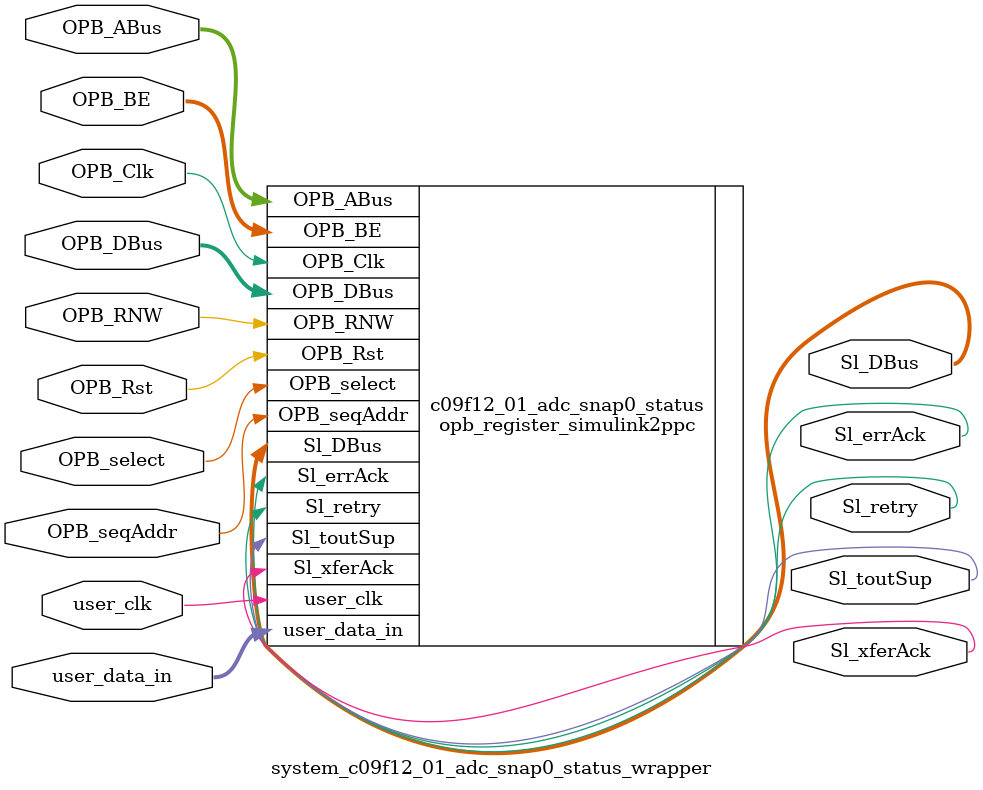
<source format=v>

module system_c09f12_01_adc_snap0_status_wrapper
  (
    OPB_Clk,
    OPB_Rst,
    Sl_DBus,
    Sl_errAck,
    Sl_retry,
    Sl_toutSup,
    Sl_xferAck,
    OPB_ABus,
    OPB_BE,
    OPB_DBus,
    OPB_RNW,
    OPB_select,
    OPB_seqAddr,
    user_data_in,
    user_clk
  );
  input OPB_Clk;
  input OPB_Rst;
  output [0:31] Sl_DBus;
  output Sl_errAck;
  output Sl_retry;
  output Sl_toutSup;
  output Sl_xferAck;
  input [0:31] OPB_ABus;
  input [0:3] OPB_BE;
  input [0:31] OPB_DBus;
  input OPB_RNW;
  input OPB_select;
  input OPB_seqAddr;
  input [31:0] user_data_in;
  input user_clk;

  opb_register_simulink2ppc
    #(
      .C_BASEADDR ( 32'h01002100 ),
      .C_HIGHADDR ( 32'h010021FF ),
      .C_OPB_AWIDTH ( 32 ),
      .C_OPB_DWIDTH ( 32 ),
      .C_FAMILY ( "virtex5" )
    )
    c09f12_01_adc_snap0_status (
      .OPB_Clk ( OPB_Clk ),
      .OPB_Rst ( OPB_Rst ),
      .Sl_DBus ( Sl_DBus ),
      .Sl_errAck ( Sl_errAck ),
      .Sl_retry ( Sl_retry ),
      .Sl_toutSup ( Sl_toutSup ),
      .Sl_xferAck ( Sl_xferAck ),
      .OPB_ABus ( OPB_ABus ),
      .OPB_BE ( OPB_BE ),
      .OPB_DBus ( OPB_DBus ),
      .OPB_RNW ( OPB_RNW ),
      .OPB_select ( OPB_select ),
      .OPB_seqAddr ( OPB_seqAddr ),
      .user_data_in ( user_data_in ),
      .user_clk ( user_clk )
    );

endmodule


</source>
